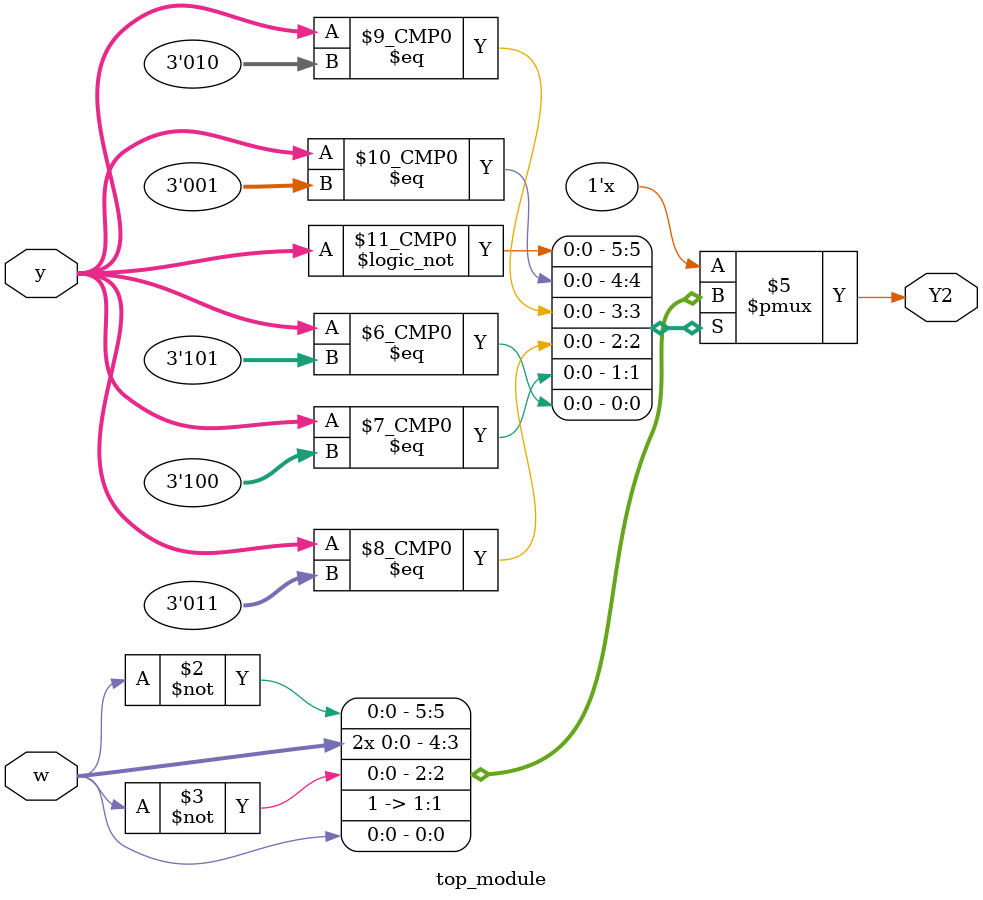
<source format=sv>
module top_module(
    input [3:1] y,
    input w,
    output reg Y2
);

always @(*) begin
    case (y)
        3'b000: // State A
            Y2 = ~w;
        3'b001: // State B
            Y2 = w;
        3'b010: // State C
            Y2 = w;
        3'b011: // State D
            Y2 = ~w;
        3'b100: // State E
            Y2 = 1'b1;
        3'b101: // State F
            Y2 = w;
        default:
            Y2 = 1'bx;
    endcase
end

endmodule

</source>
